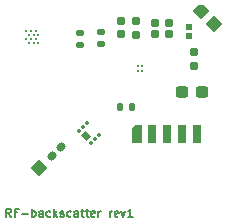
<source format=gbr>
%TF.GenerationSoftware,KiCad,Pcbnew,(6.0.4)*%
%TF.CreationDate,2022-11-08T09:06:00-07:00*%
%TF.ProjectId,rf_backscatter_V1,72665f62-6163-46b7-9363-61747465725f,rev?*%
%TF.SameCoordinates,Original*%
%TF.FileFunction,Soldermask,Top*%
%TF.FilePolarity,Negative*%
%FSLAX46Y46*%
G04 Gerber Fmt 4.6, Leading zero omitted, Abs format (unit mm)*
G04 Created by KiCad (PCBNEW (6.0.4)) date 2022-11-08 09:06:00*
%MOMM*%
%LPD*%
G01*
G04 APERTURE LIST*
G04 Aperture macros list*
%AMRoundRect*
0 Rectangle with rounded corners*
0 $1 Rounding radius*
0 $2 $3 $4 $5 $6 $7 $8 $9 X,Y pos of 4 corners*
0 Add a 4 corners polygon primitive as box body*
4,1,4,$2,$3,$4,$5,$6,$7,$8,$9,$2,$3,0*
0 Add four circle primitives for the rounded corners*
1,1,$1+$1,$2,$3*
1,1,$1+$1,$4,$5*
1,1,$1+$1,$6,$7*
1,1,$1+$1,$8,$9*
0 Add four rect primitives between the rounded corners*
20,1,$1+$1,$2,$3,$4,$5,0*
20,1,$1+$1,$4,$5,$6,$7,0*
20,1,$1+$1,$6,$7,$8,$9,0*
20,1,$1+$1,$8,$9,$2,$3,0*%
%AMRotRect*
0 Rectangle, with rotation*
0 The origin of the aperture is its center*
0 $1 length*
0 $2 width*
0 $3 Rotation angle, in degrees counterclockwise*
0 Add horizontal line*
21,1,$1,$2,0,0,$3*%
%AMOutline5P*
0 Free polygon, 5 corners , with rotation*
0 The origin of the aperture is its center*
0 number of corners: always 5*
0 $1 to $10 corner X, Y*
0 $11 Rotation angle, in degrees counterclockwise*
0 create outline with 5 corners*
4,1,5,$1,$2,$3,$4,$5,$6,$7,$8,$9,$10,$1,$2,$11*%
%AMOutline6P*
0 Free polygon, 6 corners , with rotation*
0 The origin of the aperture is its center*
0 number of corners: always 6*
0 $1 to $12 corner X, Y*
0 $13 Rotation angle, in degrees counterclockwise*
0 create outline with 6 corners*
4,1,6,$1,$2,$3,$4,$5,$6,$7,$8,$9,$10,$11,$12,$1,$2,$13*%
%AMOutline7P*
0 Free polygon, 7 corners , with rotation*
0 The origin of the aperture is its center*
0 number of corners: always 7*
0 $1 to $14 corner X, Y*
0 $15 Rotation angle, in degrees counterclockwise*
0 create outline with 7 corners*
4,1,7,$1,$2,$3,$4,$5,$6,$7,$8,$9,$10,$11,$12,$13,$14,$1,$2,$15*%
%AMOutline8P*
0 Free polygon, 8 corners , with rotation*
0 The origin of the aperture is its center*
0 number of corners: always 8*
0 $1 to $16 corner X, Y*
0 $17 Rotation angle, in degrees counterclockwise*
0 create outline with 8 corners*
4,1,8,$1,$2,$3,$4,$5,$6,$7,$8,$9,$10,$11,$12,$13,$14,$15,$16,$1,$2,$17*%
G04 Aperture macros list end*
%ADD10C,0.150000*%
%ADD11RoundRect,0.155000X0.155000X-0.212500X0.155000X0.212500X-0.155000X0.212500X-0.155000X-0.212500X0*%
%ADD12RoundRect,0.135000X-0.185000X0.135000X-0.185000X-0.135000X0.185000X-0.135000X0.185000X0.135000X0*%
%ADD13RotRect,0.350000X0.250000X135.000000*%
%ADD14RotRect,0.650000X0.550000X135.000000*%
%ADD15R,0.800000X1.500000*%
%ADD16Outline5P,-0.400000X0.470000X-0.120000X0.750000X0.400000X0.750000X0.400000X-0.750000X-0.400000X-0.750000X0.000000*%
%ADD17RoundRect,0.155000X-0.040659X-0.259862X0.259862X0.040659X0.040659X0.259862X-0.259862X-0.040659X0*%
%ADD18C,0.180000*%
%ADD19RoundRect,0.160000X0.160000X-0.197500X0.160000X0.197500X-0.160000X0.197500X-0.160000X-0.197500X0*%
%ADD20Outline5P,-0.500000X0.250000X-0.250000X0.500000X0.500000X0.500000X0.500000X-0.500000X-0.500000X-0.500000X315.000000*%
%ADD21RotRect,1.000000X1.000000X315.000000*%
%ADD22C,0.280000*%
%ADD23RoundRect,0.160000X0.197500X0.160000X-0.197500X0.160000X-0.197500X-0.160000X0.197500X-0.160000X0*%
%ADD24RotRect,1.000000X1.000000X45.000000*%
%ADD25RoundRect,0.237500X-0.300000X-0.237500X0.300000X-0.237500X0.300000X0.237500X-0.300000X0.237500X0*%
%ADD26RoundRect,0.135000X0.185000X-0.135000X0.185000X0.135000X-0.185000X0.135000X-0.185000X-0.135000X0*%
%ADD27R,0.600000X0.550000*%
%ADD28RoundRect,0.160000X-0.197500X-0.160000X0.197500X-0.160000X0.197500X0.160000X-0.197500X0.160000X0*%
%ADD29RoundRect,0.135000X0.135000X0.185000X-0.135000X0.185000X-0.135000X-0.185000X0.135000X-0.185000X0*%
G04 APERTURE END LIST*
D10*
X122295266Y-98716266D02*
X122061933Y-98382933D01*
X121895266Y-98716266D02*
X121895266Y-98016266D01*
X122161933Y-98016266D01*
X122228600Y-98049600D01*
X122261933Y-98082933D01*
X122295266Y-98149600D01*
X122295266Y-98249600D01*
X122261933Y-98316266D01*
X122228600Y-98349600D01*
X122161933Y-98382933D01*
X121895266Y-98382933D01*
X122828600Y-98349600D02*
X122595266Y-98349600D01*
X122595266Y-98716266D02*
X122595266Y-98016266D01*
X122928600Y-98016266D01*
X123195266Y-98449600D02*
X123728600Y-98449600D01*
X124061933Y-98716266D02*
X124061933Y-98016266D01*
X124061933Y-98282933D02*
X124128600Y-98249600D01*
X124261933Y-98249600D01*
X124328600Y-98282933D01*
X124361933Y-98316266D01*
X124395266Y-98382933D01*
X124395266Y-98582933D01*
X124361933Y-98649600D01*
X124328600Y-98682933D01*
X124261933Y-98716266D01*
X124128600Y-98716266D01*
X124061933Y-98682933D01*
X124995266Y-98716266D02*
X124995266Y-98349600D01*
X124961933Y-98282933D01*
X124895266Y-98249600D01*
X124761933Y-98249600D01*
X124695266Y-98282933D01*
X124995266Y-98682933D02*
X124928600Y-98716266D01*
X124761933Y-98716266D01*
X124695266Y-98682933D01*
X124661933Y-98616266D01*
X124661933Y-98549600D01*
X124695266Y-98482933D01*
X124761933Y-98449600D01*
X124928600Y-98449600D01*
X124995266Y-98416266D01*
X125628600Y-98682933D02*
X125561933Y-98716266D01*
X125428600Y-98716266D01*
X125361933Y-98682933D01*
X125328600Y-98649600D01*
X125295266Y-98582933D01*
X125295266Y-98382933D01*
X125328600Y-98316266D01*
X125361933Y-98282933D01*
X125428600Y-98249600D01*
X125561933Y-98249600D01*
X125628600Y-98282933D01*
X125928600Y-98716266D02*
X125928600Y-98016266D01*
X125995266Y-98449600D02*
X126195266Y-98716266D01*
X126195266Y-98249600D02*
X125928600Y-98516266D01*
X126461933Y-98682933D02*
X126528600Y-98716266D01*
X126661933Y-98716266D01*
X126728600Y-98682933D01*
X126761933Y-98616266D01*
X126761933Y-98582933D01*
X126728600Y-98516266D01*
X126661933Y-98482933D01*
X126561933Y-98482933D01*
X126495266Y-98449600D01*
X126461933Y-98382933D01*
X126461933Y-98349600D01*
X126495266Y-98282933D01*
X126561933Y-98249600D01*
X126661933Y-98249600D01*
X126728600Y-98282933D01*
X127361933Y-98682933D02*
X127295266Y-98716266D01*
X127161933Y-98716266D01*
X127095266Y-98682933D01*
X127061933Y-98649600D01*
X127028600Y-98582933D01*
X127028600Y-98382933D01*
X127061933Y-98316266D01*
X127095266Y-98282933D01*
X127161933Y-98249600D01*
X127295266Y-98249600D01*
X127361933Y-98282933D01*
X127961933Y-98716266D02*
X127961933Y-98349600D01*
X127928600Y-98282933D01*
X127861933Y-98249600D01*
X127728600Y-98249600D01*
X127661933Y-98282933D01*
X127961933Y-98682933D02*
X127895266Y-98716266D01*
X127728600Y-98716266D01*
X127661933Y-98682933D01*
X127628600Y-98616266D01*
X127628600Y-98549600D01*
X127661933Y-98482933D01*
X127728600Y-98449600D01*
X127895266Y-98449600D01*
X127961933Y-98416266D01*
X128195266Y-98249600D02*
X128461933Y-98249600D01*
X128295266Y-98016266D02*
X128295266Y-98616266D01*
X128328600Y-98682933D01*
X128395266Y-98716266D01*
X128461933Y-98716266D01*
X128595266Y-98249600D02*
X128861933Y-98249600D01*
X128695266Y-98016266D02*
X128695266Y-98616266D01*
X128728600Y-98682933D01*
X128795266Y-98716266D01*
X128861933Y-98716266D01*
X129361933Y-98682933D02*
X129295266Y-98716266D01*
X129161933Y-98716266D01*
X129095266Y-98682933D01*
X129061933Y-98616266D01*
X129061933Y-98349600D01*
X129095266Y-98282933D01*
X129161933Y-98249600D01*
X129295266Y-98249600D01*
X129361933Y-98282933D01*
X129395266Y-98349600D01*
X129395266Y-98416266D01*
X129061933Y-98482933D01*
X129695266Y-98716266D02*
X129695266Y-98249600D01*
X129695266Y-98382933D02*
X129728600Y-98316266D01*
X129761933Y-98282933D01*
X129828600Y-98249600D01*
X129895266Y-98249600D01*
X130661933Y-98716266D02*
X130661933Y-98249600D01*
X130661933Y-98382933D02*
X130695266Y-98316266D01*
X130728600Y-98282933D01*
X130795266Y-98249600D01*
X130861933Y-98249600D01*
X131361933Y-98682933D02*
X131295266Y-98716266D01*
X131161933Y-98716266D01*
X131095266Y-98682933D01*
X131061933Y-98616266D01*
X131061933Y-98349600D01*
X131095266Y-98282933D01*
X131161933Y-98249600D01*
X131295266Y-98249600D01*
X131361933Y-98282933D01*
X131395266Y-98349600D01*
X131395266Y-98416266D01*
X131061933Y-98482933D01*
X131628600Y-98249600D02*
X131795266Y-98716266D01*
X131961933Y-98249600D01*
X132595266Y-98716266D02*
X132195266Y-98716266D01*
X132395266Y-98716266D02*
X132395266Y-98016266D01*
X132328600Y-98116266D01*
X132261933Y-98182933D01*
X132195266Y-98216266D01*
D11*
%TO.C,C3*%
X131597400Y-82143600D03*
X131597400Y-83278600D03*
%TD*%
D12*
%TO.C,R5*%
X128168400Y-83132200D03*
X128168400Y-84152200D03*
%TD*%
D13*
%TO.C,U2*%
X129072613Y-92484797D03*
X129426166Y-92131243D03*
X129779720Y-91777690D03*
X128754415Y-90752385D03*
X128400862Y-91105939D03*
X128047308Y-91459492D03*
D14*
X128644106Y-91887999D03*
%TD*%
D15*
%TO.C,J3*%
X138049000Y-91726500D03*
X136779000Y-91726500D03*
X135509000Y-91726500D03*
X134239000Y-91726500D03*
D16*
X132969000Y-91726500D03*
%TD*%
D11*
%TO.C,C2*%
X132909500Y-83304000D03*
X132909500Y-82169000D03*
%TD*%
D17*
%TO.C,C4*%
X126542800Y-92786200D03*
X125740234Y-93588766D03*
%TD*%
D18*
%TO.C,U1*%
X133050800Y-86334600D03*
X133050800Y-85984600D03*
X133400800Y-85984600D03*
X133400800Y-86334600D03*
%TD*%
D19*
%TO.C,R1*%
X137744200Y-84771900D03*
X137744200Y-85966900D03*
%TD*%
D20*
%TO.C,J1*%
X138407670Y-81321682D03*
D21*
X139468330Y-82382342D03*
%TD*%
D22*
%TO.C,U3*%
X124604400Y-83983900D03*
X124204400Y-83983900D03*
X123804400Y-83983900D03*
X124404400Y-83637567D03*
X124004400Y-83637567D03*
X123604400Y-83637567D03*
X124604400Y-83291233D03*
X124204400Y-83291233D03*
X123804400Y-83291233D03*
X124404400Y-82944900D03*
X124004400Y-82944900D03*
X123604400Y-82944900D03*
%TD*%
D23*
%TO.C,R3*%
X135674700Y-82296000D03*
X134479700Y-82296000D03*
%TD*%
D24*
%TO.C,J2*%
X124688600Y-94589600D03*
%TD*%
D25*
%TO.C,C1*%
X136729300Y-88138000D03*
X138454300Y-88138000D03*
%TD*%
D26*
%TO.C,R6*%
X129946400Y-84126800D03*
X129946400Y-83106800D03*
%TD*%
D27*
%TO.C,D1*%
X137337800Y-83432600D03*
X137337800Y-82632600D03*
%TD*%
D28*
%TO.C,R2*%
X135674700Y-83261200D03*
X134479700Y-83261200D03*
%TD*%
D29*
%TO.C,R4*%
X132513800Y-89433400D03*
X131493800Y-89433400D03*
%TD*%
M02*

</source>
